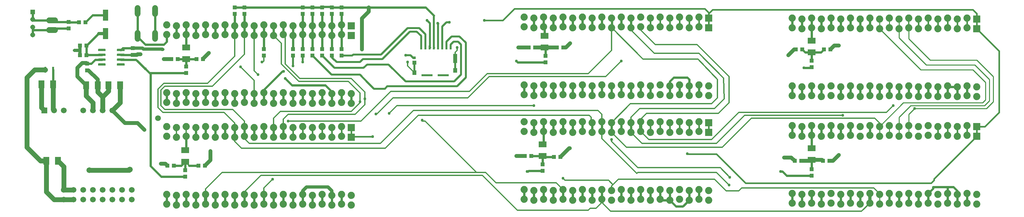
<source format=gbr>
G04 EAGLE Gerber RS-274X export*
G75*
%MOMM*%
%FSLAX34Y34*%
%LPD*%
%INTop Copper*%
%IPPOS*%
%AMOC8*
5,1,8,0,0,1.08239X$1,22.5*%
G01*
%ADD10R,1.879600X1.879600*%
%ADD11C,1.879600*%
%ADD12R,1.000000X1.100000*%
%ADD13R,0.558800X1.600200*%
%ADD14R,1.100000X1.000000*%
%ADD15R,1.500000X2.000000*%
%ADD16R,2.000000X1.500000*%
%ADD17R,1.080000X1.050000*%
%ADD18R,1.508000X1.508000*%
%ADD19C,1.508000*%
%ADD20C,0.150000*%
%ADD21C,1.524000*%
%ADD22R,1.400000X3.000000*%
%ADD23R,1.308000X1.308000*%
%ADD24C,1.308000*%
%ADD25R,0.500000X1.000000*%
%ADD26R,0.720000X0.780000*%
%ADD27R,1.050000X1.080000*%
%ADD28R,1.050000X1.200000*%
%ADD29R,1.050000X2.390000*%
%ADD30R,2.910000X0.550000*%
%ADD31C,0.609600*%
%ADD32C,1.270000*%
%ADD33C,1.500000*%
%ADD34C,0.508000*%
%ADD35C,0.304800*%
%ADD36C,0.756400*%
%ADD37C,0.812800*%
%ADD38C,0.254000*%
%ADD39C,0.406400*%
%ADD40C,1.016000*%


D10*
X878840Y481330D03*
D11*
X853440Y483870D03*
X828040Y481330D03*
X802640Y483870D03*
X777240Y481330D03*
X751840Y483870D03*
X726440Y481330D03*
X701040Y483870D03*
X675640Y481330D03*
X650240Y483870D03*
X624840Y481330D03*
X599440Y483870D03*
X574040Y481330D03*
X548640Y483870D03*
X523240Y481330D03*
X497840Y483870D03*
X472440Y481330D03*
X447040Y483870D03*
X421640Y481330D03*
X396240Y483870D03*
X396240Y331470D03*
X421640Y328930D03*
X447040Y331470D03*
X472440Y328930D03*
X497840Y331470D03*
X523240Y328930D03*
X548640Y331470D03*
X574040Y328930D03*
X599440Y331470D03*
X624840Y328930D03*
X650240Y331470D03*
X675640Y328930D03*
X701040Y331470D03*
X726440Y328930D03*
X751840Y331470D03*
X777240Y328930D03*
X802640Y331470D03*
X828040Y328930D03*
X853440Y331470D03*
X878840Y328930D03*
X396240Y306070D03*
X421640Y303530D03*
X447040Y306070D03*
X472440Y303530D03*
X497840Y306070D03*
X523240Y303530D03*
X548640Y306070D03*
X574040Y303530D03*
X599440Y306070D03*
X624840Y303530D03*
X650240Y306070D03*
X675640Y303530D03*
X701040Y306070D03*
X726440Y303530D03*
X751840Y306070D03*
X777240Y303530D03*
X802640Y306070D03*
X828040Y303530D03*
X853440Y306070D03*
X878840Y303530D03*
D10*
X878840Y506730D03*
D11*
X853440Y509270D03*
X828040Y506730D03*
X802640Y509270D03*
X777240Y506730D03*
X751840Y509270D03*
X726440Y506730D03*
X701040Y509270D03*
X675640Y506730D03*
X650240Y509270D03*
X624840Y506730D03*
X599440Y509270D03*
X574040Y506730D03*
X548640Y509270D03*
X523240Y506730D03*
X497840Y509270D03*
X472440Y506730D03*
X447040Y509270D03*
X421640Y506730D03*
X396240Y509270D03*
D12*
X425060Y419100D03*
X408060Y419100D03*
X491100Y419100D03*
X474100Y419100D03*
D13*
X78867Y391160D03*
X98933Y391160D03*
D14*
X447040Y399660D03*
X447040Y382660D03*
D15*
X98820Y353060D03*
X68820Y353060D03*
X244080Y350520D03*
X274080Y350520D03*
X81520Y152400D03*
X111520Y152400D03*
D16*
X447040Y449340D03*
X447040Y419340D03*
D17*
X187960Y407530D03*
X187960Y390030D03*
D18*
X76200Y284660D03*
D19*
X101600Y284660D03*
X127000Y284660D03*
X177800Y284660D03*
X203200Y284660D03*
X228600Y284660D03*
X254000Y284660D03*
D20*
X267060Y407380D02*
X285260Y407380D01*
X285260Y402880D01*
X267060Y402880D01*
X267060Y407380D01*
X267060Y404305D02*
X285260Y404305D01*
X285260Y405730D02*
X267060Y405730D01*
X267060Y407155D02*
X285260Y407155D01*
X285260Y420080D02*
X267060Y420080D01*
X285260Y420080D02*
X285260Y415580D01*
X267060Y415580D01*
X267060Y420080D01*
X267060Y417005D02*
X285260Y417005D01*
X285260Y418430D02*
X267060Y418430D01*
X267060Y419855D02*
X285260Y419855D01*
X285260Y432780D02*
X267060Y432780D01*
X285260Y432780D02*
X285260Y428280D01*
X267060Y428280D01*
X267060Y432780D01*
X267060Y429705D02*
X285260Y429705D01*
X285260Y431130D02*
X267060Y431130D01*
X267060Y432555D02*
X285260Y432555D01*
X285260Y445480D02*
X267060Y445480D01*
X285260Y445480D02*
X285260Y440980D01*
X267060Y440980D01*
X267060Y445480D01*
X267060Y442405D02*
X285260Y442405D01*
X285260Y443830D02*
X267060Y443830D01*
X267060Y445255D02*
X285260Y445255D01*
X235860Y445480D02*
X217660Y445480D01*
X235860Y445480D02*
X235860Y440980D01*
X217660Y440980D01*
X217660Y445480D01*
X217660Y442405D02*
X235860Y442405D01*
X235860Y443830D02*
X217660Y443830D01*
X217660Y445255D02*
X235860Y445255D01*
X235860Y432780D02*
X217660Y432780D01*
X235860Y432780D02*
X235860Y428280D01*
X217660Y428280D01*
X217660Y432780D01*
X217660Y429705D02*
X235860Y429705D01*
X235860Y431130D02*
X217660Y431130D01*
X217660Y432555D02*
X235860Y432555D01*
X235860Y420080D02*
X217660Y420080D01*
X235860Y420080D02*
X235860Y415580D01*
X217660Y415580D01*
X217660Y420080D01*
X217660Y417005D02*
X235860Y417005D01*
X235860Y418430D02*
X217660Y418430D01*
X217660Y419855D02*
X235860Y419855D01*
X235860Y407380D02*
X217660Y407380D01*
X235860Y407380D02*
X235860Y402880D01*
X217660Y402880D01*
X217660Y407380D01*
X217660Y404305D02*
X235860Y404305D01*
X235860Y405730D02*
X217660Y405730D01*
X217660Y407155D02*
X235860Y407155D01*
D17*
X307340Y430670D03*
X307340Y448170D03*
D21*
X104140Y520700D02*
X88900Y520700D01*
X88900Y495300D02*
X104140Y495300D01*
D12*
X169300Y454660D03*
X186300Y454660D03*
X183760Y515620D03*
X166760Y515620D03*
D14*
X139700Y499500D03*
X139700Y516500D03*
D22*
X236220Y534540D03*
X236220Y486540D03*
D23*
X45720Y543080D03*
D24*
X45720Y523080D03*
X45720Y503080D03*
X45720Y483080D03*
D14*
X169300Y429260D03*
X186300Y429260D03*
D12*
X414900Y139700D03*
X397900Y139700D03*
X496180Y139700D03*
X479180Y139700D03*
D14*
X444500Y127880D03*
X444500Y110880D03*
D16*
X444500Y180100D03*
X444500Y150100D03*
D12*
X1359780Y449580D03*
X1342780Y449580D03*
X1433440Y449580D03*
X1416440Y449580D03*
D14*
X1386840Y427600D03*
X1386840Y410600D03*
D16*
X1384300Y479820D03*
X1384300Y449820D03*
D12*
X1349620Y165100D03*
X1332620Y165100D03*
X1425820Y162560D03*
X1408820Y162560D03*
D14*
X1379220Y143120D03*
X1379220Y126120D03*
D16*
X1379220Y195340D03*
X1379220Y165340D03*
D12*
X2058280Y444500D03*
X2041280Y444500D03*
X2131940Y444500D03*
X2114940Y444500D03*
D14*
X2082800Y414900D03*
X2082800Y397900D03*
D16*
X2082800Y467120D03*
X2082800Y437120D03*
D12*
X2055740Y152400D03*
X2038740Y152400D03*
X2129400Y152400D03*
X2112400Y152400D03*
D14*
X2082800Y130420D03*
X2082800Y113420D03*
D16*
X2082800Y185180D03*
X2082800Y155180D03*
D15*
X185660Y350520D03*
X215660Y350520D03*
D14*
X599440Y554600D03*
X599440Y537600D03*
X574040Y554600D03*
X574040Y537600D03*
D19*
X127000Y50800D03*
X127000Y76200D03*
X152400Y50800D03*
X152400Y76200D03*
X177800Y50800D03*
X177800Y76200D03*
X203200Y50800D03*
X203200Y76200D03*
X228600Y50800D03*
X228600Y76200D03*
X254000Y50800D03*
X254000Y76200D03*
X279400Y50800D03*
X279400Y76200D03*
X304800Y50800D03*
X304800Y76200D03*
D14*
X650240Y445380D03*
X650240Y428380D03*
X828040Y445380D03*
X828040Y428380D03*
X853440Y445380D03*
X853440Y428380D03*
X751840Y445380D03*
X751840Y428380D03*
X726440Y445380D03*
X726440Y428380D03*
X777240Y445380D03*
X777240Y428380D03*
X802640Y445380D03*
X802640Y428380D03*
D25*
X1061780Y449320D03*
X1072780Y449320D03*
X1083780Y449320D03*
X1094780Y449320D03*
X1105780Y449320D03*
X1116780Y449320D03*
X1127780Y449320D03*
X1138780Y449320D03*
D26*
X1044180Y422520D03*
D27*
X1044030Y409820D03*
D28*
X1044030Y383720D03*
X1150530Y389420D03*
D29*
X1150530Y421270D03*
D30*
X1077420Y376970D03*
X1119320Y376970D03*
D14*
X802640Y537600D03*
X802640Y554600D03*
X777240Y537600D03*
X777240Y554600D03*
X751840Y537600D03*
X751840Y554600D03*
X853440Y537600D03*
X853440Y554600D03*
X828040Y537600D03*
X828040Y554600D03*
D10*
X878840Y214630D03*
D11*
X853440Y217170D03*
X828040Y214630D03*
X802640Y217170D03*
X777240Y214630D03*
X751840Y217170D03*
X726440Y214630D03*
X701040Y217170D03*
X675640Y214630D03*
X650240Y217170D03*
X624840Y214630D03*
X599440Y217170D03*
X574040Y214630D03*
X548640Y217170D03*
X523240Y214630D03*
X497840Y217170D03*
X472440Y214630D03*
X447040Y217170D03*
X421640Y214630D03*
X396240Y217170D03*
X396240Y64770D03*
X421640Y62230D03*
X447040Y64770D03*
X472440Y62230D03*
X497840Y64770D03*
X523240Y62230D03*
X548640Y64770D03*
X574040Y62230D03*
X599440Y64770D03*
X624840Y62230D03*
X650240Y64770D03*
X675640Y62230D03*
X701040Y64770D03*
X726440Y62230D03*
X751840Y64770D03*
X777240Y62230D03*
X802640Y64770D03*
X828040Y62230D03*
X853440Y64770D03*
X878840Y62230D03*
X396240Y39370D03*
X421640Y36830D03*
X447040Y39370D03*
X472440Y36830D03*
X497840Y39370D03*
X523240Y36830D03*
X548640Y39370D03*
X574040Y36830D03*
X599440Y39370D03*
X624840Y36830D03*
X650240Y39370D03*
X675640Y36830D03*
X701040Y39370D03*
X726440Y36830D03*
X751840Y39370D03*
X777240Y36830D03*
X802640Y39370D03*
X828040Y36830D03*
X853440Y39370D03*
X878840Y36830D03*
D10*
X878840Y240030D03*
D11*
X853440Y242570D03*
X828040Y240030D03*
X802640Y242570D03*
X777240Y240030D03*
X751840Y242570D03*
X726440Y240030D03*
X701040Y242570D03*
X675640Y240030D03*
X650240Y242570D03*
X624840Y240030D03*
X599440Y242570D03*
X574040Y240030D03*
X548640Y242570D03*
X523240Y240030D03*
X497840Y242570D03*
X472440Y240030D03*
X447040Y242570D03*
X421640Y240030D03*
X396240Y242570D03*
D10*
X1813560Y501650D03*
D11*
X1788160Y504190D03*
X1762760Y501650D03*
X1737360Y504190D03*
X1711960Y501650D03*
X1686560Y504190D03*
X1661160Y501650D03*
X1635760Y504190D03*
X1610360Y501650D03*
X1584960Y504190D03*
X1559560Y501650D03*
X1534160Y504190D03*
X1508760Y501650D03*
X1483360Y504190D03*
X1457960Y501650D03*
X1432560Y504190D03*
X1407160Y501650D03*
X1381760Y504190D03*
X1356360Y501650D03*
X1330960Y504190D03*
X1330960Y351790D03*
X1356360Y349250D03*
X1381760Y351790D03*
X1407160Y349250D03*
X1432560Y351790D03*
X1457960Y349250D03*
X1483360Y351790D03*
X1508760Y349250D03*
X1534160Y351790D03*
X1559560Y349250D03*
X1584960Y351790D03*
X1610360Y349250D03*
X1635760Y351790D03*
X1661160Y349250D03*
X1686560Y351790D03*
X1711960Y349250D03*
X1737360Y351790D03*
X1762760Y349250D03*
X1788160Y351790D03*
X1813560Y349250D03*
X1330960Y326390D03*
X1356360Y323850D03*
X1381760Y326390D03*
X1407160Y323850D03*
X1432560Y326390D03*
X1457960Y323850D03*
X1483360Y326390D03*
X1508760Y323850D03*
X1534160Y326390D03*
X1559560Y323850D03*
X1584960Y326390D03*
X1610360Y323850D03*
X1635760Y326390D03*
X1661160Y323850D03*
X1686560Y326390D03*
X1711960Y323850D03*
X1737360Y326390D03*
X1762760Y323850D03*
X1788160Y326390D03*
X1813560Y323850D03*
D10*
X1813560Y527050D03*
D11*
X1788160Y529590D03*
X1762760Y527050D03*
X1737360Y529590D03*
X1711960Y527050D03*
X1686560Y529590D03*
X1661160Y527050D03*
X1635760Y529590D03*
X1610360Y527050D03*
X1584960Y529590D03*
X1559560Y527050D03*
X1534160Y529590D03*
X1508760Y527050D03*
X1483360Y529590D03*
X1457960Y527050D03*
X1432560Y529590D03*
X1407160Y527050D03*
X1381760Y529590D03*
X1356360Y527050D03*
X1330960Y529590D03*
D10*
X1813560Y227330D03*
D11*
X1788160Y229870D03*
X1762760Y227330D03*
X1737360Y229870D03*
X1711960Y227330D03*
X1686560Y229870D03*
X1661160Y227330D03*
X1635760Y229870D03*
X1610360Y227330D03*
X1584960Y229870D03*
X1559560Y227330D03*
X1534160Y229870D03*
X1508760Y227330D03*
X1483360Y229870D03*
X1457960Y227330D03*
X1432560Y229870D03*
X1407160Y227330D03*
X1381760Y229870D03*
X1356360Y227330D03*
X1330960Y229870D03*
X1330960Y77470D03*
X1356360Y74930D03*
X1381760Y77470D03*
X1407160Y74930D03*
X1432560Y77470D03*
X1457960Y74930D03*
X1483360Y77470D03*
X1508760Y74930D03*
X1534160Y77470D03*
X1559560Y74930D03*
X1584960Y77470D03*
X1610360Y74930D03*
X1635760Y77470D03*
X1661160Y74930D03*
X1686560Y77470D03*
X1711960Y74930D03*
X1737360Y77470D03*
X1762760Y74930D03*
X1788160Y77470D03*
X1813560Y74930D03*
X1330960Y52070D03*
X1356360Y49530D03*
X1381760Y52070D03*
X1407160Y49530D03*
X1432560Y52070D03*
X1457960Y49530D03*
X1483360Y52070D03*
X1508760Y49530D03*
X1534160Y52070D03*
X1559560Y49530D03*
X1584960Y52070D03*
X1610360Y49530D03*
X1635760Y52070D03*
X1661160Y49530D03*
X1686560Y52070D03*
X1711960Y49530D03*
X1737360Y52070D03*
X1762760Y49530D03*
X1788160Y52070D03*
X1813560Y49530D03*
D10*
X1813560Y252730D03*
D11*
X1788160Y255270D03*
X1762760Y252730D03*
X1737360Y255270D03*
X1711960Y252730D03*
X1686560Y255270D03*
X1661160Y252730D03*
X1635760Y255270D03*
X1610360Y252730D03*
X1584960Y255270D03*
X1559560Y252730D03*
X1534160Y255270D03*
X1508760Y252730D03*
X1483360Y255270D03*
X1457960Y252730D03*
X1432560Y255270D03*
X1407160Y252730D03*
X1381760Y255270D03*
X1356360Y252730D03*
X1330960Y255270D03*
D10*
X2514600Y499110D03*
D11*
X2489200Y501650D03*
X2463800Y499110D03*
X2438400Y501650D03*
X2413000Y499110D03*
X2387600Y501650D03*
X2362200Y499110D03*
X2336800Y501650D03*
X2311400Y499110D03*
X2286000Y501650D03*
X2260600Y499110D03*
X2235200Y501650D03*
X2209800Y499110D03*
X2184400Y501650D03*
X2159000Y499110D03*
X2133600Y501650D03*
X2108200Y499110D03*
X2082800Y501650D03*
X2057400Y499110D03*
X2032000Y501650D03*
X2032000Y349250D03*
X2057400Y346710D03*
X2082800Y349250D03*
X2108200Y346710D03*
X2133600Y349250D03*
X2159000Y346710D03*
X2184400Y349250D03*
X2209800Y346710D03*
X2235200Y349250D03*
X2260600Y346710D03*
X2286000Y349250D03*
X2311400Y346710D03*
X2336800Y349250D03*
X2362200Y346710D03*
X2387600Y349250D03*
X2413000Y346710D03*
X2438400Y349250D03*
X2463800Y346710D03*
X2489200Y349250D03*
X2514600Y346710D03*
X2032000Y323850D03*
X2057400Y321310D03*
X2082800Y323850D03*
X2108200Y321310D03*
X2133600Y323850D03*
X2159000Y321310D03*
X2184400Y323850D03*
X2209800Y321310D03*
X2235200Y323850D03*
X2260600Y321310D03*
X2286000Y323850D03*
X2311400Y321310D03*
X2336800Y323850D03*
X2362200Y321310D03*
X2387600Y323850D03*
X2413000Y321310D03*
X2438400Y323850D03*
X2463800Y321310D03*
X2489200Y323850D03*
X2514600Y321310D03*
D10*
X2514600Y524510D03*
D11*
X2489200Y527050D03*
X2463800Y524510D03*
X2438400Y527050D03*
X2413000Y524510D03*
X2387600Y527050D03*
X2362200Y524510D03*
X2336800Y527050D03*
X2311400Y524510D03*
X2286000Y527050D03*
X2260600Y524510D03*
X2235200Y527050D03*
X2209800Y524510D03*
X2184400Y527050D03*
X2159000Y524510D03*
X2133600Y527050D03*
X2108200Y524510D03*
X2082800Y527050D03*
X2057400Y524510D03*
X2032000Y527050D03*
D10*
X2514600Y217170D03*
D11*
X2489200Y219710D03*
X2463800Y217170D03*
X2438400Y219710D03*
X2413000Y217170D03*
X2387600Y219710D03*
X2362200Y217170D03*
X2336800Y219710D03*
X2311400Y217170D03*
X2286000Y219710D03*
X2260600Y217170D03*
X2235200Y219710D03*
X2209800Y217170D03*
X2184400Y219710D03*
X2159000Y217170D03*
X2133600Y219710D03*
X2108200Y217170D03*
X2082800Y219710D03*
X2057400Y217170D03*
X2032000Y219710D03*
X2032000Y67310D03*
X2057400Y64770D03*
X2082800Y67310D03*
X2108200Y64770D03*
X2133600Y67310D03*
X2159000Y64770D03*
X2184400Y67310D03*
X2209800Y64770D03*
X2235200Y67310D03*
X2260600Y64770D03*
X2286000Y67310D03*
X2311400Y64770D03*
X2336800Y67310D03*
X2362200Y64770D03*
X2387600Y67310D03*
X2413000Y64770D03*
X2438400Y67310D03*
X2463800Y64770D03*
X2489200Y67310D03*
X2514600Y64770D03*
X2032000Y41910D03*
X2057400Y39370D03*
X2082800Y41910D03*
X2108200Y39370D03*
X2133600Y41910D03*
X2159000Y39370D03*
X2184400Y41910D03*
X2209800Y39370D03*
X2235200Y41910D03*
X2260600Y39370D03*
X2286000Y41910D03*
X2311400Y39370D03*
X2336800Y41910D03*
X2362200Y39370D03*
X2387600Y41910D03*
X2413000Y39370D03*
X2438400Y41910D03*
X2463800Y39370D03*
X2489200Y41910D03*
X2514600Y39370D03*
D10*
X2514600Y242570D03*
D11*
X2489200Y245110D03*
X2463800Y242570D03*
X2438400Y245110D03*
X2413000Y242570D03*
X2387600Y245110D03*
X2362200Y242570D03*
X2336800Y245110D03*
X2311400Y242570D03*
X2286000Y245110D03*
X2260600Y242570D03*
X2235200Y245110D03*
X2209800Y242570D03*
X2184400Y245110D03*
X2159000Y242570D03*
X2133600Y245110D03*
X2108200Y242570D03*
X2082800Y245110D03*
X2057400Y242570D03*
X2032000Y245110D03*
D21*
X365506Y537972D02*
X365506Y553212D01*
X320294Y553212D02*
X320294Y537972D01*
X365506Y488188D02*
X365506Y472948D01*
X320294Y472948D02*
X320294Y488188D01*
D31*
X853440Y331470D02*
X853440Y306070D01*
D32*
X78867Y391160D02*
X50800Y391160D01*
X30480Y370840D01*
X30480Y187960D02*
X66040Y152400D01*
X81520Y152400D01*
X30480Y187960D02*
X30480Y370840D01*
X81520Y152400D02*
X81520Y71360D01*
X81280Y71120D01*
X101600Y50800D01*
X127000Y50800D01*
X152400Y50800D01*
D31*
X853440Y39370D02*
X853440Y64770D01*
X1788160Y77470D02*
X1788160Y52070D01*
X1788160Y326390D02*
X1788160Y351790D01*
X2489200Y349250D02*
X2489200Y323850D01*
X2489200Y67310D02*
X2489200Y41910D01*
D33*
X194310Y128270D03*
D32*
X298450Y128270D01*
X299720Y129540D01*
D33*
X299720Y129540D03*
X373380Y264160D03*
D31*
X751840Y306070D02*
X751840Y331470D01*
X777240Y328930D02*
X777240Y303530D01*
X802640Y306070D02*
X802640Y331470D01*
X878840Y328930D02*
X878840Y303530D01*
D32*
X68820Y292040D02*
X68820Y353060D01*
X68820Y292040D02*
X76200Y284660D01*
X111520Y152400D02*
X127000Y136920D01*
X127000Y76200D01*
X152400Y76200D01*
D31*
X802640Y64770D02*
X802640Y39370D01*
X777240Y36830D02*
X777240Y62230D01*
X1737360Y326390D02*
X1737360Y351790D01*
X2032000Y501650D02*
X2032000Y527050D01*
X2413000Y346710D02*
X2413000Y321310D01*
X2387600Y323850D02*
X2387600Y349250D01*
X2032000Y245110D02*
X2032000Y219710D01*
D34*
X1044030Y383720D02*
X1044030Y409820D01*
X1150530Y421270D02*
X1150530Y389420D01*
D35*
X1155700Y441960D02*
X1155700Y449580D01*
X1155700Y441960D02*
X1150530Y436790D01*
X1150530Y421270D01*
D36*
X1155700Y449580D03*
D35*
X1026160Y411480D02*
X1026160Y401590D01*
X1044030Y383720D01*
D36*
X1026160Y411480D03*
D34*
X1116780Y449320D02*
X1116780Y504640D01*
X1127760Y515620D01*
X1135380Y515620D01*
D36*
X1135380Y515620D03*
D31*
X320294Y545592D02*
X320294Y480568D01*
X320294Y477266D01*
X340360Y457200D02*
X388620Y457200D01*
X396240Y464820D01*
X396240Y483870D01*
X340360Y457200D02*
X320294Y477266D01*
X186300Y454660D02*
X186300Y431800D01*
X187570Y430530D01*
X186300Y454660D02*
X218180Y486540D01*
D37*
X236220Y486540D01*
D31*
X226760Y430530D02*
X187570Y430530D01*
X186300Y429260D01*
X675640Y481330D02*
X675640Y506730D01*
D38*
X2311400Y242570D02*
X2311400Y217170D01*
X2311400Y242570D02*
X2311400Y266700D01*
X2341880Y297180D02*
X2534920Y297180D01*
X2547620Y309880D01*
X2547620Y365760D01*
X2509520Y403860D01*
X2311400Y474980D02*
X2311400Y499110D01*
X2341880Y297180D02*
X2311400Y266700D01*
X2382520Y403860D02*
X2509520Y403860D01*
X2382520Y403860D02*
X2311400Y474980D01*
X2311400Y499110D02*
X2311400Y524510D01*
D35*
X1610360Y501650D02*
X1610360Y495300D01*
X1671320Y434340D01*
X1788160Y434340D01*
X1828800Y289560D02*
X1633220Y289560D01*
X1610360Y266700D01*
X1610360Y252730D01*
X1788160Y434340D02*
X1852961Y369601D01*
X1854200Y314960D01*
X1828800Y289560D01*
X1639570Y198120D02*
X1610360Y227330D01*
X1639570Y198120D02*
X1833880Y198120D01*
X1907540Y271780D01*
X2164080Y271780D01*
D36*
X2164080Y271780D03*
D35*
X695960Y461010D02*
X675640Y481330D01*
X695960Y461010D02*
X695960Y406400D01*
X741680Y360680D01*
X871220Y360680D02*
X901700Y330200D01*
X901700Y307340D01*
X901700Y304800D01*
X878840Y281940D02*
X693420Y281940D01*
X675640Y264160D01*
X675640Y240030D01*
X741680Y360680D02*
X871220Y360680D01*
X901700Y304800D02*
X878840Y281940D01*
D31*
X675640Y240030D02*
X675640Y214630D01*
X1610360Y227330D02*
X1610360Y252730D01*
X1610360Y501650D02*
X1610360Y527050D01*
D36*
X1584960Y414020D03*
D35*
X1544320Y373380D01*
X1183640Y317500D02*
X988060Y317500D01*
X944880Y274320D01*
X943610Y275590D01*
D36*
X943610Y275590D03*
X901700Y307340D03*
D35*
X1239520Y373380D02*
X1544320Y373380D01*
X1239520Y373380D02*
X1183640Y317500D01*
D31*
X650240Y445380D02*
X650240Y483870D01*
X650240Y509270D01*
X624840Y506730D02*
X624840Y481330D01*
D38*
X2260600Y499110D02*
X2260600Y524510D01*
X2260600Y499110D02*
X2368550Y391160D01*
X2504440Y391160D02*
X2537460Y358140D01*
X2537460Y312420D01*
X2322830Y304800D02*
X2260600Y242570D01*
X2368550Y391160D02*
X2504440Y391160D01*
X2537460Y312420D02*
X2529840Y304800D01*
X2322830Y304800D01*
X2260600Y242570D02*
X2260600Y217170D01*
D35*
X1609090Y302260D02*
X1559560Y252730D01*
X1609090Y302260D02*
X1821180Y302260D01*
X1836420Y317500D01*
X1836702Y366042D01*
X1785620Y419100D01*
X1642110Y419100D02*
X1560195Y501015D01*
X1559560Y501650D01*
X1642110Y419100D02*
X1785620Y419100D01*
X2260600Y251460D02*
X2260600Y242570D01*
X2260600Y251460D02*
X2247900Y264160D01*
X1925320Y264160D02*
X1849120Y187960D01*
X1598930Y187960D01*
X1559560Y227330D01*
X1925320Y264160D02*
X2247900Y264160D01*
X624840Y388620D02*
X624840Y481330D01*
X624840Y388620D02*
X635000Y378460D01*
D36*
X635000Y378460D03*
D31*
X624840Y240030D02*
X624840Y214630D01*
X1559560Y227330D02*
X1559560Y252730D01*
X1560195Y526415D02*
X1559560Y527050D01*
X1560195Y526415D02*
X1560195Y501015D01*
D35*
X1559560Y501650D02*
X1559560Y441960D01*
X1234468Y381000D02*
X1188367Y334899D01*
X982599Y334899D01*
D36*
X713740Y256540D03*
D35*
X1498600Y381000D02*
X1559560Y441960D01*
X1498600Y381000D02*
X1234468Y381000D01*
X982599Y334899D02*
X904240Y256540D01*
X713740Y256540D01*
D31*
X828040Y445380D02*
X828040Y481330D01*
X828040Y506730D02*
X828040Y537600D01*
X828040Y506730D02*
X828040Y481330D01*
X853440Y483870D02*
X853440Y445380D01*
X853440Y509270D02*
X853440Y537600D01*
X853440Y509270D02*
X853440Y483870D01*
X726440Y481330D02*
X726440Y445380D01*
X726440Y481330D02*
X726440Y506730D01*
X751840Y483870D02*
X751840Y445380D01*
X751840Y483870D02*
X751840Y537600D01*
D35*
X751840Y509270D02*
X751840Y483870D01*
D31*
X777240Y481330D02*
X777240Y445380D01*
X777240Y506730D02*
X777240Y537600D01*
X777240Y506730D02*
X777240Y481330D01*
X802640Y483870D02*
X802640Y445380D01*
X802640Y509270D02*
X802640Y537600D01*
X802640Y509270D02*
X802640Y483870D01*
X650240Y337820D02*
X650240Y331470D01*
D34*
X650240Y337820D02*
X699770Y387350D01*
X702310Y387350D01*
D36*
X702310Y387350D03*
X1021080Y429260D03*
D31*
X1040520Y422520D02*
X1044180Y422520D01*
D34*
X1040520Y422520D02*
X1033780Y429260D01*
X1021080Y429260D01*
D31*
X650240Y331470D02*
X650240Y306070D01*
X650240Y64770D02*
X650240Y39370D01*
D36*
X673100Y104112D03*
D35*
X650240Y81252D01*
X650240Y64770D01*
D31*
X396240Y306070D02*
X396240Y331470D01*
D36*
X1226820Y520700D03*
D39*
X1275080Y520700D01*
X1305560Y551180D02*
X1803400Y551180D01*
X1813560Y541020D01*
X1813560Y527050D01*
X1305560Y551180D02*
X1275080Y520700D01*
X1813560Y527050D02*
X1813560Y501650D01*
X1813560Y527050D02*
X1813560Y538480D01*
X1823720Y548640D02*
X2504440Y548640D01*
X2514600Y538480D01*
X2514600Y524510D01*
X1823720Y548640D02*
X1813560Y538480D01*
X2514600Y524510D02*
X2514600Y499110D01*
X2573020Y440690D01*
X2536190Y242570D02*
X2514600Y242570D01*
X2573020Y279400D02*
X2573020Y440690D01*
X2573020Y279400D02*
X2536190Y242570D01*
X2514600Y242570D02*
X2514600Y217170D01*
X2402840Y105410D01*
X2402840Y101600D01*
X2395220Y93980D01*
X1833880Y170180D02*
X1757680Y170180D01*
X1757680Y171168D01*
D36*
X1757680Y171168D03*
D39*
X1910080Y93980D02*
X2395220Y93980D01*
X1910080Y93980D02*
X1833880Y170180D01*
D36*
X934720Y215900D03*
D39*
X880110Y215900D01*
X878840Y214630D01*
X878840Y217170D02*
X878840Y240030D01*
X878840Y217170D02*
X880110Y215900D01*
X1813560Y227330D02*
X1813560Y252730D01*
D31*
X701040Y483870D02*
X701040Y509270D01*
D35*
X2336800Y501650D02*
X2336800Y527050D01*
D38*
X2336800Y501650D02*
X2336800Y472440D01*
X2392680Y416560D02*
X2514600Y416560D01*
X2557780Y373380D01*
X2540000Y289560D02*
X2352040Y289560D01*
X2336800Y274320D01*
X2336800Y245110D01*
X2392680Y416560D02*
X2336800Y472440D01*
X2557780Y373380D02*
X2557780Y307340D01*
X2540000Y289560D01*
X2336800Y245110D02*
X2336800Y219710D01*
D35*
X1635760Y495300D02*
X1635760Y504190D01*
X1673860Y457200D02*
X1783080Y457200D01*
X1867306Y373786D01*
X1867121Y305021D01*
X1838960Y276860D01*
X1651000Y276860D02*
X1635760Y261620D01*
X1635760Y231140D01*
X1635760Y229870D01*
X1673860Y457200D02*
X1635760Y495300D01*
X1651000Y276860D02*
X1838960Y276860D01*
X1657350Y208280D02*
X1635760Y229870D01*
X2278380Y279400D02*
X2296160Y297180D01*
D36*
X2296160Y297180D03*
X2352040Y289560D03*
D35*
X1821180Y208280D02*
X1657350Y208280D01*
X1821180Y208280D02*
X1892300Y279400D01*
X2278380Y279400D01*
X706120Y478790D02*
X701040Y483870D01*
X878840Y368300D02*
X914400Y332740D01*
X914400Y314960D01*
X914400Y299720D01*
X889000Y274320D02*
X713740Y274320D01*
X701040Y261620D01*
X701040Y242570D01*
X706120Y406400D02*
X706120Y478790D01*
X706120Y406400D02*
X744220Y368300D01*
X878840Y368300D01*
X914400Y299720D02*
X889000Y274320D01*
D31*
X701040Y242570D02*
X701040Y217170D01*
D36*
X1356360Y297180D03*
D35*
X998220Y297180D01*
X977900Y276860D01*
D36*
X977900Y276860D03*
X914400Y314960D03*
D37*
X1635760Y255270D02*
X1635760Y231140D01*
D31*
X447040Y399660D02*
X447040Y419340D01*
X447280Y419100D01*
X474100Y419100D01*
X447040Y419340D02*
X446800Y419100D01*
X425060Y419100D01*
X98933Y391160D02*
X98933Y353173D01*
X98820Y353060D01*
D32*
X98820Y287440D01*
X101600Y284660D01*
D31*
X276160Y430530D02*
X276300Y430670D01*
X307340Y430670D01*
X139700Y499500D02*
X100720Y499500D01*
X96520Y495300D01*
X45720Y503080D02*
X45720Y483080D01*
X45720Y498000D02*
X45720Y503080D01*
X45720Y498000D02*
X48420Y495300D01*
X96520Y495300D01*
D32*
X215660Y350520D02*
X215660Y332980D01*
X228600Y320040D01*
X228600Y284660D01*
X244080Y335520D02*
X244080Y350520D01*
X244080Y335520D02*
X228600Y320040D01*
D40*
X191630Y390030D02*
X187960Y390030D01*
X191630Y390030D02*
X215900Y365760D01*
X215900Y350760D01*
X215660Y350520D01*
X307340Y430670D02*
X318910Y430670D01*
X320040Y431800D01*
X327660Y431800D01*
D36*
X327660Y431800D03*
D31*
X226760Y417830D02*
X209550Y417830D01*
X199250Y407530D02*
X187960Y407530D01*
X199250Y407530D02*
X209550Y417830D01*
D32*
X185660Y350520D02*
X185660Y322340D01*
X203200Y304800D02*
X203200Y284660D01*
X203200Y304800D02*
X185660Y322340D01*
D36*
X381000Y144780D03*
D40*
X392820Y144780D01*
X397900Y139700D01*
D36*
X1310736Y165196D03*
D40*
X1310832Y165100D01*
X1332620Y165100D01*
D36*
X2010636Y161290D03*
D40*
X2029850Y161290D01*
X2038740Y152400D01*
D36*
X388620Y419100D03*
D40*
X408060Y419100D01*
D36*
X1315720Y449580D03*
D40*
X1342780Y449580D01*
D36*
X2021840Y429260D03*
D40*
X2037080Y444500D01*
X2041280Y444500D01*
X185660Y350520D02*
X162560Y373620D01*
X162560Y396240D02*
X175260Y408940D01*
X186550Y408940D01*
X187960Y407530D01*
X162560Y396240D02*
X162560Y373620D01*
D31*
X281100Y448170D02*
X307340Y448170D01*
X281100Y448170D02*
X276160Y443230D01*
D32*
X274080Y350520D02*
X274080Y304740D01*
X254000Y284660D01*
D36*
X506730Y435610D03*
D40*
X491100Y419980D01*
X491100Y419100D01*
D36*
X1451610Y461010D03*
D40*
X1440180Y449580D01*
X1433440Y449580D01*
D36*
X2153920Y454660D03*
D40*
X2142100Y454660D01*
X2131940Y444500D01*
X287200Y251460D02*
X254000Y284660D01*
X287200Y251460D02*
X320040Y251460D01*
X337820Y233680D01*
D36*
X337820Y233680D03*
X510540Y177800D03*
D40*
X510540Y154060D01*
X496180Y139700D01*
D36*
X1450340Y185420D03*
D40*
X1448680Y185420D01*
X1425820Y162560D01*
D36*
X2153920Y167640D03*
D40*
X2138680Y152400D01*
X2129400Y152400D01*
D37*
X335280Y445630D02*
X332740Y448170D01*
X307340Y448170D01*
X335280Y445630D02*
X384950Y445630D01*
X386080Y444500D01*
X383540Y444500D01*
D36*
X383540Y444500D03*
D31*
X353940Y382660D02*
X447040Y382660D01*
X316230Y417830D02*
X276160Y417830D01*
X340360Y393700D02*
X353940Y380120D01*
X340360Y393700D02*
X316230Y417830D01*
X381880Y110880D02*
X444500Y110880D01*
X353940Y138820D02*
X353940Y380120D01*
X353940Y382660D01*
X353940Y138820D02*
X381880Y110880D01*
X2081140Y396240D02*
X2082800Y397900D01*
X2081140Y396240D02*
X2062480Y396240D01*
D36*
X2062480Y396240D03*
D31*
X2082800Y113420D02*
X2017640Y113420D01*
X2006600Y124460D02*
X2001520Y124460D01*
D36*
X2001520Y124460D03*
D31*
X2006600Y124460D02*
X2017640Y113420D01*
X1379220Y126120D02*
X1342780Y126120D01*
X1341120Y124460D01*
X1338580Y124460D01*
D36*
X1338580Y124460D03*
D31*
X1314060Y410600D02*
X1386840Y410600D01*
X1314060Y410600D02*
X1310640Y414020D01*
D36*
X1310640Y414020D03*
X340360Y393700D03*
D37*
X169300Y441960D02*
X169300Y454660D01*
X169300Y441960D02*
X169300Y429260D01*
D36*
X154940Y441960D03*
D37*
X169300Y441960D01*
D31*
X183760Y515620D02*
X202680Y534540D01*
X236220Y534540D01*
X166760Y515620D02*
X140580Y515620D01*
X139700Y516500D01*
X100720Y516500D01*
X96520Y520700D01*
X48100Y520700D01*
X45720Y523080D01*
X45720Y543080D01*
X447040Y477520D02*
X447040Y449340D01*
X447040Y483870D02*
X447040Y509270D01*
D37*
X447040Y483870D02*
X447040Y477520D01*
D31*
X444500Y150100D02*
X444500Y127880D01*
D35*
X454900Y139700D02*
X444500Y150100D01*
D31*
X454900Y139700D02*
X479180Y139700D01*
X444500Y150100D02*
X434100Y139700D01*
X414900Y139700D01*
X1384300Y449820D02*
X1386840Y447280D01*
X1386840Y427600D01*
D40*
X1384060Y449580D02*
X1359780Y449580D01*
X1384300Y449820D02*
X1416200Y449820D01*
X1416440Y449580D01*
D37*
X1384300Y449820D02*
X1384060Y449580D01*
D31*
X1379220Y165340D02*
X1379220Y143120D01*
X1382000Y162560D02*
X1379220Y165340D01*
X1382000Y162560D02*
X1408820Y162560D01*
X1379220Y165340D02*
X1378980Y165100D01*
X1349620Y165100D01*
X2082800Y437120D02*
X2083040Y436880D01*
X2107320Y436880D01*
X2114940Y444500D01*
X2082800Y437120D02*
X2065660Y437120D01*
X2058280Y444500D01*
X2082800Y437120D02*
X2082800Y414900D01*
X2082800Y155180D02*
X2082800Y130420D01*
D40*
X2080020Y152400D02*
X2082800Y155180D01*
X2080020Y152400D02*
X2055740Y152400D01*
X2082800Y155180D02*
X2109620Y155180D01*
X2112400Y152400D01*
D31*
X599440Y509270D02*
X599440Y537600D01*
X599440Y509270D02*
X599440Y483870D01*
X599440Y242570D02*
X599440Y217170D01*
X1534160Y229870D02*
X1534160Y255270D01*
X1534160Y504190D02*
X1534160Y529590D01*
X2235200Y527050D02*
X2235200Y501650D01*
X2235200Y245110D02*
X2235200Y219710D01*
D35*
X1866900Y88900D02*
X1833880Y121920D01*
D36*
X1866900Y88900D03*
D35*
X1833880Y121920D02*
X1628140Y121920D01*
X1625600Y119380D01*
X1534160Y210820D02*
X1534160Y229870D01*
X1534160Y210820D02*
X1625600Y119380D01*
X1534160Y255270D02*
X1534160Y274320D01*
X1524000Y284480D01*
X1041400Y284480D02*
X955040Y198120D01*
X612140Y198120D01*
X599440Y210820D01*
X599440Y217170D01*
X1041400Y284480D02*
X1524000Y284480D01*
X599440Y431800D02*
X599440Y483870D01*
X515620Y347980D02*
X391160Y347980D01*
X381000Y337820D01*
X381000Y297180D02*
X391160Y287020D01*
X568960Y287020D01*
X599440Y256540D01*
X599440Y242570D01*
X515620Y347980D02*
X599440Y431800D01*
X381000Y337820D02*
X381000Y297180D01*
D31*
X574040Y506730D02*
X574040Y537600D01*
X574040Y506730D02*
X574040Y481330D01*
X574040Y240030D02*
X574040Y214630D01*
X1508760Y227330D02*
X1508760Y252730D01*
X1508760Y501650D02*
X1508760Y527050D01*
X2209800Y524510D02*
X2209800Y499110D01*
D36*
X1868970Y109690D03*
D35*
X1628140Y134620D02*
X1559560Y203200D01*
X1559560Y208280D01*
D36*
X1559560Y208280D03*
D35*
X1844040Y134620D02*
X1868970Y109690D01*
X1844040Y134620D02*
X1628140Y134620D01*
X1508760Y252730D02*
X1506220Y255270D01*
X1506220Y266700D01*
X1501140Y271780D01*
X1054100Y271780D02*
X967740Y185420D01*
X591820Y185420D01*
X574040Y203200D02*
X574040Y214630D01*
X1054100Y271780D02*
X1501140Y271780D01*
X591820Y185420D02*
X574040Y203200D01*
X574040Y426720D02*
X574040Y481330D01*
X388620Y355600D02*
X373380Y340360D01*
X373380Y292100D01*
X386080Y279400D02*
X546100Y279400D01*
X574040Y251460D01*
X574040Y240030D01*
X502920Y355600D02*
X574040Y426720D01*
X502920Y355600D02*
X388620Y355600D01*
X373380Y292100D02*
X386080Y279400D01*
D31*
X421640Y481330D02*
X421640Y506730D01*
X472440Y506730D02*
X472440Y481330D01*
X497840Y483870D02*
X497840Y509270D01*
X523240Y506730D02*
X523240Y481330D01*
X726440Y328930D02*
X726440Y303530D01*
X701040Y306070D02*
X701040Y331470D01*
X675640Y328930D02*
X675640Y303530D01*
X624840Y303530D02*
X624840Y328930D01*
D36*
X589280Y398780D03*
D35*
X624840Y363220D01*
X624840Y328930D01*
D38*
X2260600Y64770D02*
X2260600Y39370D01*
D35*
X2260600Y64770D02*
X2260600Y66040D01*
X2245360Y81280D01*
X1859280Y73660D02*
X1828800Y104140D01*
X1577340Y104140D01*
X1559560Y86360D02*
X1559560Y74930D01*
X1899920Y81280D02*
X2245360Y81280D01*
X1899920Y81280D02*
X1892300Y73660D01*
X1859280Y73660D01*
X1577340Y104140D02*
X1563370Y90170D01*
X1559560Y86360D01*
D36*
X1432560Y106680D03*
D35*
X1437640Y101600D02*
X1551940Y101600D01*
X1437640Y101600D02*
X1432560Y106680D01*
X1551940Y101600D02*
X1563370Y90170D01*
D31*
X624840Y62230D02*
X624840Y36830D01*
X1559560Y323850D02*
X1559560Y349250D01*
X2260600Y346710D02*
X2260600Y321310D01*
X599440Y331470D02*
X599440Y306070D01*
D35*
X2213610Y20320D02*
X2235200Y41910D01*
X1536700Y49530D02*
X1534160Y52070D01*
X1557020Y20320D02*
X2213610Y20320D01*
X1557020Y20320D02*
X1536700Y40640D01*
X1536700Y49530D01*
X599440Y64770D02*
X599440Y71120D01*
X642620Y114300D01*
X1221740Y114300D01*
X1313180Y22860D01*
X1498600Y22860D01*
X1503680Y27940D01*
X1518920Y27940D01*
X1534160Y43180D01*
X1534160Y50800D01*
X1534160Y52070D01*
D31*
X599440Y64770D02*
X599440Y39370D01*
X1534160Y50800D02*
X1534160Y77470D01*
X1534160Y326390D02*
X1534160Y351790D01*
X2235200Y349250D02*
X2235200Y323850D01*
D37*
X2235200Y67310D02*
X2235200Y41910D01*
D31*
X574040Y303530D02*
X574040Y328930D01*
X548640Y331470D02*
X548640Y306070D01*
X497840Y306070D02*
X497840Y331470D01*
D35*
X497840Y78740D02*
X497840Y64770D01*
X1257300Y95250D02*
X1414780Y95250D01*
X1432560Y77470D01*
X1257300Y95250D02*
X1230630Y121920D01*
X541020Y121920D02*
X497840Y78740D01*
X541020Y121920D02*
X1206500Y121920D01*
X1230630Y121920D01*
D31*
X1432560Y77470D02*
X1432560Y52070D01*
X1432560Y326390D02*
X1432560Y351790D01*
D35*
X1206500Y121920D02*
X1071880Y256540D01*
X1064260Y256540D01*
X1064260Y259080D01*
D36*
X1064260Y259080D03*
D37*
X497840Y64770D02*
X497840Y39370D01*
D31*
X472440Y303530D02*
X472440Y328930D01*
X447040Y331470D02*
X447040Y306070D01*
X421640Y303530D02*
X421640Y328930D01*
D35*
X650240Y414020D02*
X650240Y428380D01*
X650240Y414020D02*
X647700Y411480D01*
X645160Y411480D01*
D36*
X645160Y411480D03*
D31*
X599440Y554600D02*
X574040Y554600D01*
X599440Y554600D02*
X751840Y554600D01*
X777240Y554600D01*
X802640Y554600D01*
X804300Y556260D01*
X826380Y556260D02*
X828040Y554600D01*
X826380Y556260D02*
X804300Y556260D01*
X828040Y554600D02*
X853440Y554600D01*
X828040Y328930D02*
X828040Y303530D01*
X1094740Y449360D02*
X1094780Y449320D01*
D34*
X1094740Y449360D02*
X1094740Y533400D01*
D31*
X1073540Y554600D01*
X924560Y554600D01*
X853440Y554600D01*
X828040Y334010D02*
X828040Y328930D01*
X828040Y334010D02*
X811530Y350520D01*
X723900Y350520D01*
X706120Y368300D01*
D36*
X706120Y368300D03*
D40*
X924560Y543560D02*
X924560Y554600D01*
D36*
X906780Y444500D03*
D40*
X906780Y525780D02*
X924560Y543560D01*
X906780Y525780D02*
X906780Y444500D01*
D36*
X751840Y411480D03*
X1076960Y520700D03*
D34*
X1084580Y513080D01*
X1084580Y450120D01*
D31*
X1083780Y449320D01*
D34*
X751840Y428380D02*
X751840Y411480D01*
X853440Y428380D02*
X881380Y428380D01*
X883920Y430920D01*
X956700Y430920D01*
X1026160Y500380D02*
X1056640Y500380D01*
X1072780Y484240D01*
X1072780Y449320D01*
X1026160Y500380D02*
X956700Y430920D01*
X828040Y428380D02*
X828040Y423300D01*
X834780Y416560D01*
X960120Y419100D02*
X1032410Y491390D01*
X1061720Y480060D02*
X1061780Y477260D01*
X1061720Y480060D02*
X1050390Y491390D01*
X1032410Y491390D01*
X1061780Y477260D02*
X1061780Y449320D01*
X835660Y416560D02*
X834780Y416560D01*
X835660Y416560D02*
X840740Y411480D01*
X901700Y411480D01*
X909320Y419100D01*
X960120Y419100D01*
X834780Y396240D02*
X802640Y428380D01*
X911370Y396240D02*
X920133Y405003D01*
X976757Y405003D01*
X1021080Y360680D01*
X1148080Y360680D01*
X1165860Y378460D01*
X1165860Y457200D01*
X1158173Y464887D01*
X1146335Y465042D01*
X1138780Y457487D01*
X1138780Y449320D01*
X911370Y396240D02*
X834780Y396240D01*
X827160Y378460D02*
X777240Y428380D01*
X827160Y378460D02*
X901700Y378460D01*
X923417Y356253D02*
X937913Y341757D01*
X967087Y341757D01*
X923417Y356743D02*
X901700Y378460D01*
X923417Y356743D02*
X923417Y356253D01*
X973310Y347980D02*
X1155700Y347980D01*
X1178560Y370840D01*
X1178560Y462280D02*
X1162050Y478790D01*
X1127780Y464840D02*
X1127780Y449320D01*
X973310Y347980D02*
X967087Y341757D01*
X1178560Y370840D02*
X1178560Y462280D01*
X1162050Y478790D02*
X1141730Y478790D01*
X1127780Y464840D01*
D36*
X726440Y401320D03*
X1104900Y513080D03*
D31*
X1105780Y512200D01*
D34*
X1105780Y449320D01*
X726440Y428380D02*
X726440Y401320D01*
D31*
X396240Y64770D02*
X396240Y39370D01*
X650240Y217170D02*
X650240Y242570D01*
D35*
X421640Y240030D02*
X421640Y214630D01*
D31*
X472440Y214630D02*
X472440Y240030D01*
X497840Y242570D02*
X497840Y217170D01*
X523240Y214630D02*
X523240Y240030D01*
X548640Y242570D02*
X548640Y217170D01*
X828040Y62230D02*
X828040Y36830D01*
X751840Y39370D02*
X751840Y64770D01*
D37*
X828040Y62230D02*
X828040Y73660D01*
X762000Y83820D02*
X751840Y73660D01*
X751840Y64770D01*
X817880Y83820D02*
X828040Y73660D01*
X817880Y83820D02*
X762000Y83820D01*
D31*
X726440Y62230D02*
X726440Y36830D01*
X701040Y39370D02*
X701040Y64770D01*
X675640Y62230D02*
X675640Y36830D01*
X574040Y36830D02*
X574040Y62230D01*
X548640Y64770D02*
X548640Y39370D01*
X472440Y36830D02*
X472440Y62230D01*
X447040Y64770D02*
X447040Y39370D01*
X421640Y36830D02*
X421640Y62230D01*
X447040Y182640D02*
X447040Y217170D01*
X447040Y182640D02*
X444500Y180100D01*
D35*
X447040Y217170D02*
X447040Y242570D01*
D31*
X1381760Y229870D02*
X1381760Y197880D01*
X1379220Y195340D01*
X1381760Y229870D02*
X1381760Y255270D01*
X2082800Y219710D02*
X2082800Y185180D01*
X2082800Y219710D02*
X2082800Y245110D01*
X2082800Y467120D02*
X2082800Y501650D01*
X2082800Y527050D01*
X1384300Y501650D02*
X1381760Y504190D01*
X1384300Y501650D02*
X1384300Y479820D01*
X1381760Y504190D02*
X1381760Y529590D01*
X1584960Y351790D02*
X1584960Y326390D01*
X1330960Y326390D02*
X1330960Y351790D01*
X1584960Y504190D02*
X1584960Y529590D01*
X1356360Y527050D02*
X1356360Y501650D01*
X1407160Y501650D02*
X1407160Y527050D01*
X1432560Y529590D02*
X1432560Y504190D01*
X1457960Y501650D02*
X1457960Y527050D01*
X1483360Y529590D02*
X1483360Y504190D01*
X1762760Y349250D02*
X1762760Y323850D01*
X1711960Y323850D02*
X1711960Y349250D01*
X1711960Y360680D01*
X1722120Y370840D01*
X1757680Y370840D01*
X1762760Y365760D02*
X1762760Y349250D01*
X1762760Y365760D02*
X1757680Y370840D01*
X1661160Y349250D02*
X1661160Y323850D01*
X1635760Y326390D02*
X1635760Y351790D01*
X1610360Y349250D02*
X1610360Y323850D01*
X1508760Y323850D02*
X1508760Y349250D01*
X1483360Y351790D02*
X1483360Y326390D01*
X1407160Y323850D02*
X1407160Y349250D01*
X1381760Y351790D02*
X1381760Y326390D01*
X1356360Y323850D02*
X1356360Y349250D01*
X1330960Y77470D02*
X1330960Y52070D01*
X1584960Y229870D02*
X1584960Y255270D01*
X1356360Y252730D02*
X1356360Y227330D01*
X1407160Y227330D02*
X1407160Y252730D01*
X1432560Y255270D02*
X1432560Y229870D01*
X1457960Y227330D02*
X1457960Y252730D01*
X1483360Y255270D02*
X1483360Y229870D01*
X1762760Y74930D02*
X1762760Y49530D01*
X1711960Y49530D02*
X1711960Y74930D01*
X1686560Y77470D02*
X1686560Y52070D01*
X1689100Y49530D01*
X1711960Y49530D01*
X1728470Y33020D01*
X1746250Y33020D02*
X1762760Y49530D01*
X1746250Y33020D02*
X1728470Y33020D01*
X1661160Y49530D02*
X1661160Y74930D01*
X1635760Y77470D02*
X1635760Y52070D01*
X1610360Y49530D02*
X1610360Y74930D01*
X1508760Y74930D02*
X1508760Y49530D01*
X1483360Y52070D02*
X1483360Y77470D01*
X1407160Y74930D02*
X1407160Y49530D01*
X1381760Y52070D02*
X1381760Y77470D01*
X1356360Y74930D02*
X1356360Y49530D01*
X2032000Y323850D02*
X2032000Y349250D01*
D38*
X2286000Y501650D02*
X2286000Y527050D01*
D31*
X2057400Y524510D02*
X2057400Y499110D01*
X2108200Y499110D02*
X2108200Y524510D01*
X2133600Y527050D02*
X2133600Y501650D01*
X2159000Y499110D02*
X2159000Y524510D01*
X2184400Y527050D02*
X2184400Y501650D01*
X2463800Y346710D02*
X2463800Y321310D01*
X2438400Y323850D02*
X2438400Y349250D01*
X2440940Y346710D02*
X2463800Y346710D01*
X2440940Y346710D02*
X2438400Y349250D01*
X2362200Y346710D02*
X2362200Y321310D01*
X2336800Y323850D02*
X2336800Y349250D01*
X2311400Y346710D02*
X2311400Y321310D01*
X2209800Y321310D02*
X2209800Y346710D01*
X2184400Y349250D02*
X2184400Y323850D01*
X2108200Y321310D02*
X2108200Y346710D01*
X2082800Y349250D02*
X2082800Y323850D01*
X2057400Y321310D02*
X2057400Y346710D01*
X2032000Y67310D02*
X2032000Y41910D01*
D38*
X2286000Y219710D02*
X2286000Y245110D01*
D31*
X2057400Y242570D02*
X2057400Y217170D01*
X2108200Y217170D02*
X2108200Y242570D01*
X2133600Y245110D02*
X2133600Y219710D01*
X2159000Y217170D02*
X2159000Y242570D01*
X2184400Y245110D02*
X2184400Y219710D01*
X2463800Y64770D02*
X2463800Y39370D01*
X2438400Y41910D02*
X2438400Y67310D01*
X2387600Y67310D02*
X2387600Y41910D01*
X2387600Y67310D02*
X2400300Y80010D01*
X2400300Y83820D01*
X2438400Y83820D01*
X2438400Y67310D01*
X2438400Y83820D02*
X2453640Y83820D01*
X2463800Y73660D01*
X2463800Y64770D01*
X2362200Y64770D02*
X2362200Y39370D01*
X2336800Y41910D02*
X2336800Y67310D01*
X2311400Y64770D02*
X2311400Y39370D01*
X2209800Y39370D02*
X2209800Y64770D01*
X2184400Y67310D02*
X2184400Y41910D01*
X2108200Y39370D02*
X2108200Y64770D01*
X2082800Y67310D02*
X2082800Y41910D01*
X2057400Y45720D02*
X2057400Y64770D01*
X2057400Y45720D02*
X2059940Y43180D01*
X2059940Y41910D01*
X2057400Y39370D01*
X1584960Y52070D02*
X1584960Y77470D01*
X2286000Y323850D02*
X2286000Y349250D01*
X2286000Y67310D02*
X2286000Y41910D01*
X2159000Y39370D02*
X2159000Y64770D01*
X2159000Y321310D02*
X2159000Y346710D01*
X1457960Y74930D02*
X1457960Y49530D01*
X1457960Y323850D02*
X1457960Y349250D01*
X523240Y62230D02*
X523240Y36830D01*
X523240Y303530D02*
X523240Y328930D01*
D39*
X853440Y242570D02*
X853440Y217170D01*
X828040Y214630D02*
X828040Y240030D01*
X802640Y242570D02*
X802640Y217170D01*
X777240Y214630D02*
X777240Y240030D01*
X751840Y242570D02*
X751840Y217170D01*
X726440Y214630D02*
X726440Y240030D01*
X1788160Y504190D02*
X1788160Y529590D01*
X1762760Y527050D02*
X1762760Y501650D01*
X1737360Y504190D02*
X1737360Y529590D01*
X1711960Y527050D02*
X1711960Y501650D01*
X1686560Y504190D02*
X1686560Y529590D01*
X1661160Y527050D02*
X1661160Y501650D01*
X1788160Y255270D02*
X1788160Y229870D01*
X1762760Y227330D02*
X1762760Y252730D01*
X1737360Y255270D02*
X1737360Y229870D01*
X1711960Y227330D02*
X1711960Y252730D01*
X1686560Y255270D02*
X1686560Y229870D01*
X1661160Y227330D02*
X1661160Y252730D01*
X2489200Y501650D02*
X2489200Y527050D01*
X2463800Y524510D02*
X2463800Y499110D01*
X2438400Y501650D02*
X2438400Y527050D01*
X2413000Y524510D02*
X2413000Y499110D01*
X2387600Y501650D02*
X2387600Y527050D01*
X2362200Y524510D02*
X2362200Y499110D01*
X2489200Y245110D02*
X2489200Y219710D01*
X2463800Y217170D02*
X2463800Y242570D01*
X2438400Y245110D02*
X2438400Y219710D01*
X2413000Y217170D02*
X2413000Y242570D01*
D31*
X548640Y483870D02*
X548640Y509270D01*
X365506Y480568D02*
X365506Y545592D01*
M02*

</source>
